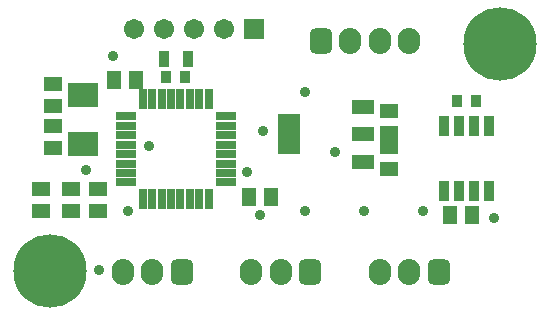
<source format=gts>
G04*
G04 #@! TF.GenerationSoftware,Altium Limited,Altium Designer,21.2.2 (38)*
G04*
G04 Layer_Color=8388736*
%FSLAX25Y25*%
%MOIN*%
G70*
G04*
G04 #@! TF.SameCoordinates,6DF736DA-586D-4ED0-A9E8-28D565D663F1*
G04*
G04*
G04 #@! TF.FilePolarity,Negative*
G04*
G01*
G75*
%ADD24R,0.03753X0.05721*%
%ADD25R,0.06115X0.04737*%
%ADD26R,0.10249X0.08280*%
%ADD27R,0.03556X0.04147*%
%ADD28R,0.04737X0.06115*%
%ADD29R,0.03556X0.06902*%
%ADD30R,0.03162X0.06607*%
%ADD31R,0.06607X0.03162*%
%ADD32R,0.07690X0.13398*%
%ADD33R,0.07690X0.04540*%
G04:AMPARAMS|DCode=34|XSize=74.93mil|YSize=86.74mil|CornerRadius=20.73mil|HoleSize=0mil|Usage=FLASHONLY|Rotation=180.000|XOffset=0mil|YOffset=0mil|HoleType=Round|Shape=RoundedRectangle|*
%AMROUNDEDRECTD34*
21,1,0.07493,0.04528,0,0,180.0*
21,1,0.03347,0.08674,0,0,180.0*
1,1,0.04146,-0.01673,0.02264*
1,1,0.04146,0.01673,0.02264*
1,1,0.04146,0.01673,-0.02264*
1,1,0.04146,-0.01673,-0.02264*
%
%ADD34ROUNDEDRECTD34*%
%ADD35O,0.07493X0.08674*%
%ADD36C,0.06706*%
%ADD37R,0.06706X0.06706*%
%ADD38C,0.24422*%
%ADD39C,0.03556*%
D24*
X50063Y83000D02*
D03*
X57937D02*
D03*
D25*
X125000Y46358D02*
D03*
Y53642D02*
D03*
X13000Y60642D02*
D03*
Y53358D02*
D03*
Y67358D02*
D03*
Y74642D02*
D03*
X28000Y39642D02*
D03*
Y32358D02*
D03*
X19000Y39642D02*
D03*
Y32358D02*
D03*
X9000Y39642D02*
D03*
Y32358D02*
D03*
X125000Y65642D02*
D03*
Y58358D02*
D03*
D26*
X23000Y54929D02*
D03*
Y71071D02*
D03*
D27*
X147752Y69000D02*
D03*
X154248D02*
D03*
X57248Y77000D02*
D03*
X50752D02*
D03*
D28*
X145358Y31000D02*
D03*
X152642D02*
D03*
X85642Y37000D02*
D03*
X78358D02*
D03*
X33358Y76000D02*
D03*
X40642D02*
D03*
D29*
X143500Y39272D02*
D03*
X148500D02*
D03*
X153500D02*
D03*
X158500D02*
D03*
Y60728D02*
D03*
X153500D02*
D03*
X148500D02*
D03*
X143500D02*
D03*
D30*
X42976Y69685D02*
D03*
X46126D02*
D03*
X49276D02*
D03*
X52425D02*
D03*
X55575D02*
D03*
X58724D02*
D03*
X61874D02*
D03*
X65024D02*
D03*
Y36315D02*
D03*
X61874D02*
D03*
X58724D02*
D03*
X55575D02*
D03*
X52425D02*
D03*
X49276D02*
D03*
X46126D02*
D03*
X42976D02*
D03*
D31*
X70685Y64024D02*
D03*
Y60874D02*
D03*
Y57724D02*
D03*
Y54575D02*
D03*
Y51425D02*
D03*
Y48276D02*
D03*
Y45126D02*
D03*
Y41976D02*
D03*
X37315D02*
D03*
Y45126D02*
D03*
Y48276D02*
D03*
Y51425D02*
D03*
Y54575D02*
D03*
Y57724D02*
D03*
Y60874D02*
D03*
Y64024D02*
D03*
D32*
X91598Y58000D02*
D03*
D33*
X116402Y67055D02*
D03*
Y58000D02*
D03*
Y48945D02*
D03*
D34*
X141685Y12000D02*
D03*
X56000D02*
D03*
X102315Y89000D02*
D03*
X98843Y12000D02*
D03*
D35*
X131843D02*
D03*
X122000D02*
D03*
X46158D02*
D03*
X36315D02*
D03*
X131843Y89000D02*
D03*
X122000D02*
D03*
X112157D02*
D03*
X79158Y12000D02*
D03*
X89000D02*
D03*
D36*
X40000Y93000D02*
D03*
X50000D02*
D03*
X60000D02*
D03*
X70000D02*
D03*
D37*
X80000D02*
D03*
D38*
X12000Y12500D02*
D03*
X162000Y88000D02*
D03*
D39*
X77736Y45357D02*
D03*
X33000Y84000D02*
D03*
X82000Y31000D02*
D03*
X24000Y46000D02*
D03*
X136543Y32591D02*
D03*
X107016Y52276D02*
D03*
X116858Y32591D02*
D03*
X97173Y71961D02*
D03*
Y32591D02*
D03*
X38118D02*
D03*
X28276Y12905D02*
D03*
X45000Y54000D02*
D03*
X83000Y59000D02*
D03*
X160000Y30000D02*
D03*
M02*

</source>
